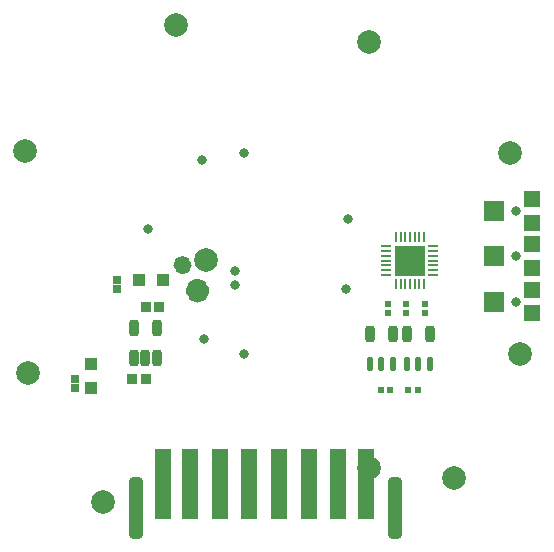
<source format=gbs>
G04*
G04 #@! TF.GenerationSoftware,Altium Limited,Altium Designer,23.1.1 (15)*
G04*
G04 Layer_Color=16711935*
%FSLAX44Y44*%
%MOMM*%
G71*
G04*
G04 #@! TF.SameCoordinates,B2BF10F3-798A-46CE-9BF2-DF2D7B13E792*
G04*
G04*
G04 #@! TF.FilePolarity,Negative*
G04*
G01*
G75*
%ADD10C,1.0000*%
%ADD15R,0.5200X0.5200*%
%ADD17R,0.5200X0.5200*%
G04:AMPARAMS|DCode=21|XSize=5.2032mm|YSize=1.2032mm|CornerRadius=0.3516mm|HoleSize=0mm|Usage=FLASHONLY|Rotation=270.000|XOffset=0mm|YOffset=0mm|HoleType=Round|Shape=RoundedRectangle|*
%AMROUNDEDRECTD21*
21,1,5.2032,0.5000,0,0,270.0*
21,1,4.5000,1.2032,0,0,270.0*
1,1,0.7032,-0.2500,-2.2500*
1,1,0.7032,-0.2500,2.2500*
1,1,0.7032,0.2500,2.2500*
1,1,0.7032,0.2500,-2.2500*
%
%ADD21ROUNDEDRECTD21*%
%ADD22C,2.0000*%
%ADD23C,0.8000*%
%ADD26R,1.1000X1.1000*%
%ADD28R,1.1000X1.1000*%
%ADD29R,1.4000X6.0000*%
%ADD30R,0.8578X0.8121*%
G04:AMPARAMS|DCode=31|XSize=1.21mm|YSize=0.59mm|CornerRadius=0.1475mm|HoleSize=0mm|Usage=FLASHONLY|Rotation=90.000|XOffset=0mm|YOffset=0mm|HoleType=Round|Shape=RoundedRectangle|*
%AMROUNDEDRECTD31*
21,1,1.2100,0.2950,0,0,90.0*
21,1,0.9150,0.5900,0,0,90.0*
1,1,0.2950,0.1475,0.4575*
1,1,0.2950,0.1475,-0.4575*
1,1,0.2950,-0.1475,-0.4575*
1,1,0.2950,-0.1475,0.4575*
%
%ADD31ROUNDEDRECTD31*%
G04:AMPARAMS|DCode=34|XSize=0.1925mm|YSize=0.8937mm|CornerRadius=0.0962mm|HoleSize=0mm|Usage=FLASHONLY|Rotation=90.000|XOffset=0mm|YOffset=0mm|HoleType=Round|Shape=RoundedRectangle|*
%AMROUNDEDRECTD34*
21,1,0.1925,0.7012,0,0,90.0*
21,1,0.0000,0.8937,0,0,90.0*
1,1,0.1925,0.3506,0.0000*
1,1,0.1925,0.3506,0.0000*
1,1,0.1925,-0.3506,0.0000*
1,1,0.1925,-0.3506,0.0000*
%
%ADD34ROUNDEDRECTD34*%
G04:AMPARAMS|DCode=35|XSize=0.8937mm|YSize=0.1925mm|CornerRadius=0.0962mm|HoleSize=0mm|Usage=FLASHONLY|Rotation=90.000|XOffset=0mm|YOffset=0mm|HoleType=Round|Shape=RoundedRectangle|*
%AMROUNDEDRECTD35*
21,1,0.8937,0.0000,0,0,90.0*
21,1,0.7012,0.1925,0,0,90.0*
1,1,0.1925,0.0000,0.3506*
1,1,0.1925,0.0000,-0.3506*
1,1,0.1925,0.0000,-0.3506*
1,1,0.1925,0.0000,0.3506*
%
%ADD35ROUNDEDRECTD35*%
%ADD36R,0.1925X0.8937*%
%ADD37R,2.5000X2.5000*%
%ADD39R,0.7032X0.7532*%
G04:AMPARAMS|DCode=40|XSize=1.4132mm|YSize=0.7932mm|CornerRadius=0.2491mm|HoleSize=0mm|Usage=FLASHONLY|Rotation=90.000|XOffset=0mm|YOffset=0mm|HoleType=Round|Shape=RoundedRectangle|*
%AMROUNDEDRECTD40*
21,1,1.4132,0.2950,0,0,90.0*
21,1,0.9150,0.7932,0,0,90.0*
1,1,0.4982,0.1475,0.4575*
1,1,0.4982,0.1475,-0.4575*
1,1,0.4982,-0.1475,-0.4575*
1,1,0.4982,-0.1475,0.4575*
%
%ADD40ROUNDEDRECTD40*%
%ADD41R,1.7032X1.8032*%
%ADD42R,1.4032X1.4032*%
D10*
X753110Y789940D02*
G03*
X753110Y789940I-5080J0D01*
G01*
X737977Y811530D02*
G03*
X737977Y811530I-2647J0D01*
G01*
D15*
X903414Y706037D02*
D03*
X911414D02*
D03*
X934654Y706199D02*
D03*
X926654D02*
D03*
D17*
X909219Y770779D02*
D03*
Y778779D02*
D03*
X924921Y770779D02*
D03*
Y778779D02*
D03*
X940624Y770779D02*
D03*
Y778779D02*
D03*
D21*
X915250Y605953D02*
D03*
X696250D02*
D03*
D22*
X965200Y631190D02*
D03*
X1021080Y736600D02*
D03*
X1012190Y906780D02*
D03*
X893147Y1000325D02*
D03*
X729989Y1015157D02*
D03*
X601980Y908050D02*
D03*
X604520Y720090D02*
D03*
X668020Y610870D02*
D03*
X892810Y640080D02*
D03*
X755328Y815619D02*
D03*
D23*
X779780Y806450D02*
D03*
Y795020D02*
D03*
X787561Y736642D02*
D03*
X706120Y842010D02*
D03*
X753110Y749300D02*
D03*
X751840Y900430D02*
D03*
X787400Y906780D02*
D03*
X873760Y791210D02*
D03*
X875030Y850900D02*
D03*
X1018050Y780503D02*
D03*
Y857209D02*
D03*
Y819542D02*
D03*
D26*
X658050Y727550D02*
D03*
Y707550D02*
D03*
D28*
X718660Y798640D02*
D03*
X698660D02*
D03*
D29*
X890345Y626104D02*
D03*
X867017Y625873D02*
D03*
X842017D02*
D03*
X817017D02*
D03*
X792017D02*
D03*
X767017D02*
D03*
X742017D02*
D03*
X718918Y626073D02*
D03*
D30*
X704158Y775970D02*
D03*
X715702D02*
D03*
X704272Y715010D02*
D03*
X692728D02*
D03*
D31*
X894294Y727939D02*
D03*
X903794D02*
D03*
X913294D02*
D03*
X925566D02*
D03*
X935067D02*
D03*
X944566D02*
D03*
D34*
X908039Y827419D02*
D03*
Y823419D02*
D03*
Y819419D02*
D03*
Y803419D02*
D03*
Y807419D02*
D03*
Y811419D02*
D03*
X947809Y803419D02*
D03*
Y807419D02*
D03*
Y811419D02*
D03*
Y815419D02*
D03*
Y819419D02*
D03*
Y823419D02*
D03*
Y827419D02*
D03*
X908039Y815419D02*
D03*
D35*
X915924Y835304D02*
D03*
Y795534D02*
D03*
X939924Y835304D02*
D03*
X935924D02*
D03*
X931924D02*
D03*
X927924D02*
D03*
X923924D02*
D03*
X919924D02*
D03*
Y795534D02*
D03*
X923924D02*
D03*
X927924D02*
D03*
X931924D02*
D03*
X935924D02*
D03*
D36*
X939924D02*
D03*
D37*
X927924Y815419D02*
D03*
D39*
X643890Y714950D02*
D03*
Y707450D02*
D03*
X679658Y791270D02*
D03*
Y798770D02*
D03*
D40*
X713486Y758398D02*
D03*
X694486D02*
D03*
Y733298D02*
D03*
X703986D02*
D03*
X713486D02*
D03*
X913294Y753039D02*
D03*
X894294D02*
D03*
X944566D02*
D03*
X925566D02*
D03*
D41*
X999043Y780740D02*
D03*
Y819110D02*
D03*
X999087Y857383D02*
D03*
D42*
X1031543Y770740D02*
D03*
Y790740D02*
D03*
Y809110D02*
D03*
Y829110D02*
D03*
X1031587Y847383D02*
D03*
Y867383D02*
D03*
M02*

</source>
